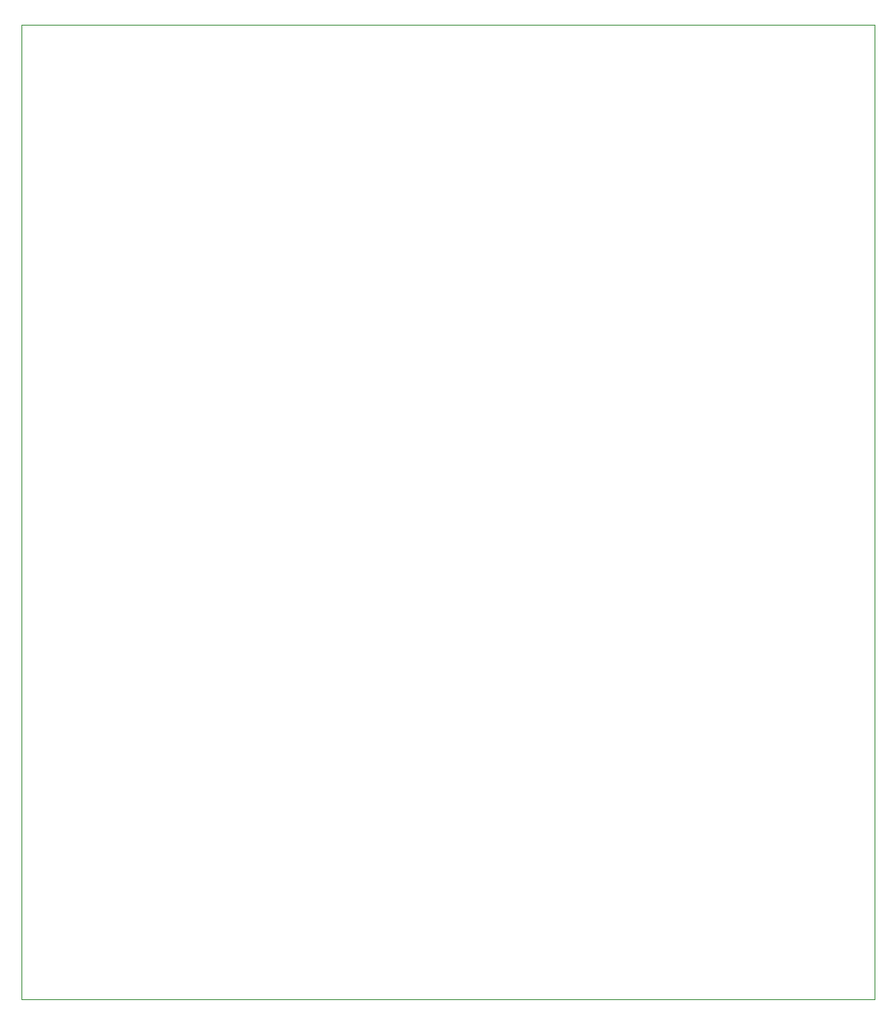
<source format=gbr>
%TF.GenerationSoftware,KiCad,Pcbnew,9.0.7*%
%TF.CreationDate,2026-02-04T22:49:18-05:00*%
%TF.ProjectId,Keypad,4b657970-6164-42e6-9b69-6361645f7063,rev?*%
%TF.SameCoordinates,Original*%
%TF.FileFunction,Profile,NP*%
%FSLAX46Y46*%
G04 Gerber Fmt 4.6, Leading zero omitted, Abs format (unit mm)*
G04 Created by KiCad (PCBNEW 9.0.7) date 2026-02-04 22:49:18*
%MOMM*%
%LPD*%
G01*
G04 APERTURE LIST*
%TA.AperFunction,Profile*%
%ADD10C,0.050000*%
%TD*%
G04 APERTURE END LIST*
D10*
X84890000Y-58000000D02*
X172450000Y-58000000D01*
X172450000Y-158000000D01*
X84890000Y-158000000D01*
X84890000Y-58000000D01*
M02*

</source>
